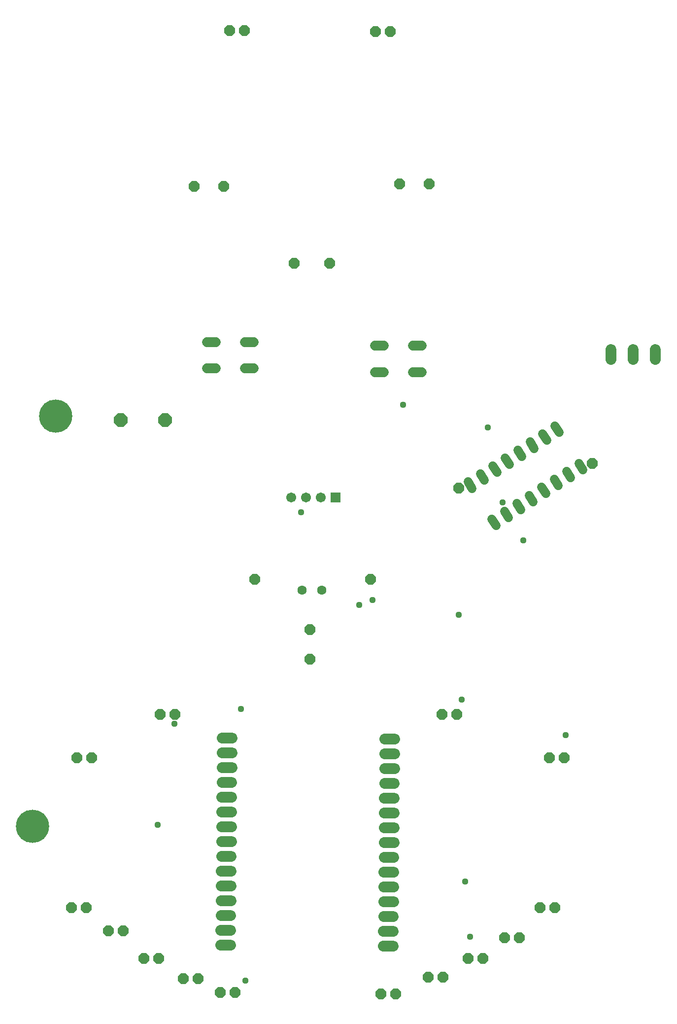
<source format=gbr>
G04 EAGLE Gerber RS-274X export*
G75*
%MOMM*%
%FSLAX34Y34*%
%LPD*%
%INSoldermask Top*%
%IPPOS*%
%AMOC8*
5,1,8,0,0,1.08239X$1,22.5*%
G01*
%ADD10C,1.524000*%
%ADD11P,2.034460X8X22.500000*%
%ADD12P,2.034460X8X202.500000*%
%ADD13C,1.603200*%
%ADD14P,2.034460X8X112.500000*%
%ADD15C,1.727200*%
%ADD16C,1.879600*%
%ADD17R,1.711200X1.711200*%
%ADD18C,1.711200*%
%ADD19P,1.951982X8X22.500000*%
%ADD20C,5.703200*%
%ADD21P,2.556822X8X22.500000*%
%ADD22C,1.117600*%


D10*
X1054251Y1031130D02*
X1061387Y1020016D01*
X1040012Y1006294D02*
X1032877Y1017408D01*
X926005Y948798D02*
X933141Y937683D01*
X911766Y923961D02*
X904631Y935076D01*
X1011503Y1003686D02*
X1018638Y992571D01*
X997264Y978849D02*
X990128Y989964D01*
X947380Y962520D02*
X954515Y951405D01*
X975889Y965127D02*
X968754Y976242D01*
X945797Y870952D02*
X952933Y859838D01*
X974307Y873560D02*
X967172Y884674D01*
X988546Y898397D02*
X995681Y887282D01*
X1017056Y901004D02*
X1009920Y912119D01*
X1031295Y925841D02*
X1038430Y914726D01*
X1059804Y928448D02*
X1052669Y939563D01*
X1074043Y953285D02*
X1081179Y942170D01*
X1102553Y955892D02*
X1095418Y967007D01*
D11*
X415520Y81900D03*
X440920Y81900D03*
X495080Y1710540D03*
X520480Y1710540D03*
X836720Y84240D03*
X862120Y84240D03*
X375740Y535860D03*
X401140Y535860D03*
X233000Y460980D03*
X258400Y460980D03*
X967760Y152100D03*
X993160Y152100D03*
X754820Y56160D03*
X780220Y56160D03*
X904580Y117000D03*
X929980Y117000D03*
X223640Y203580D03*
X249040Y203580D03*
X286820Y163800D03*
X312220Y163800D03*
X1028600Y203580D03*
X1054000Y203580D03*
X860120Y535860D03*
X885520Y535860D03*
X1044980Y460980D03*
X1070380Y460980D03*
X347660Y117000D03*
X373060Y117000D03*
D12*
X770860Y1708200D03*
X745460Y1708200D03*
D11*
X478700Y58500D03*
X504100Y58500D03*
D13*
X619480Y748800D03*
X653480Y748800D03*
D14*
X633494Y630378D03*
X633494Y681178D03*
D11*
X786974Y1446548D03*
X837774Y1446548D03*
X434398Y1442590D03*
X485198Y1442590D03*
D15*
X744872Y1168794D02*
X760112Y1168794D01*
X760112Y1123582D02*
X744872Y1123582D01*
X809896Y1168794D02*
X825136Y1168794D01*
X825136Y1123582D02*
X809896Y1123582D01*
X536490Y1130114D02*
X521250Y1130114D01*
X521250Y1175326D02*
X536490Y1175326D01*
X471466Y1130114D02*
X456226Y1130114D01*
X456226Y1175326D02*
X471466Y1175326D01*
D16*
X482577Y495137D02*
X499340Y495020D01*
X499163Y469621D02*
X482400Y469738D01*
X482222Y444339D02*
X498986Y444222D01*
X498808Y418822D02*
X482045Y418939D01*
X481868Y393540D02*
X498631Y393423D01*
X498454Y368024D02*
X481690Y368141D01*
X481513Y342741D02*
X498277Y342624D01*
X498099Y317225D02*
X481336Y317342D01*
X481158Y291942D02*
X497922Y291825D01*
X497745Y266426D02*
X480981Y266543D01*
X480804Y241144D02*
X497567Y241027D01*
X497390Y215627D02*
X480626Y215744D01*
X480449Y190345D02*
X497213Y190228D01*
X497035Y164828D02*
X480272Y164945D01*
X480094Y139546D02*
X496858Y139429D01*
X759488Y137596D02*
X776251Y137479D01*
X776428Y162878D02*
X759665Y162995D01*
X759842Y188394D02*
X776606Y188277D01*
X776783Y213677D02*
X760020Y213794D01*
X760197Y239193D02*
X776960Y239076D01*
X777138Y264475D02*
X760374Y264592D01*
X760551Y289992D02*
X777315Y289875D01*
X777492Y315274D02*
X760729Y315391D01*
X760906Y340791D02*
X777670Y340674D01*
X777847Y366073D02*
X761083Y366190D01*
X761261Y391589D02*
X778024Y391472D01*
X778202Y416872D02*
X761438Y416989D01*
X761615Y442388D02*
X778379Y442271D01*
X778556Y467671D02*
X761793Y467788D01*
X761970Y493187D02*
X778734Y493070D01*
D17*
X677004Y908008D03*
D18*
X651604Y908008D03*
X626204Y908008D03*
X600804Y908008D03*
D19*
X666900Y1310400D03*
X606060Y1310400D03*
X538200Y767520D03*
X737100Y767520D03*
D16*
X1150620Y1145238D02*
X1150620Y1162002D01*
X1188720Y1162002D02*
X1188720Y1145238D01*
X1226820Y1145238D02*
X1226820Y1162002D01*
D20*
X156780Y343980D03*
X196560Y1048320D03*
D19*
X1118520Y966420D03*
X889200Y924300D03*
D21*
X308220Y1041300D03*
X384420Y1041300D03*
D22*
X718058Y723646D03*
X894080Y561594D03*
X371602Y346456D03*
X522478Y78232D03*
X899668Y248666D03*
X908050Y153670D03*
X740410Y732028D03*
X1072896Y500126D03*
X888492Y706882D03*
X938784Y1028192D03*
X617474Y882904D03*
X793496Y1067308D03*
X963930Y899668D03*
X1000000Y835000D03*
X515000Y545000D03*
X400000Y520000D03*
M02*

</source>
